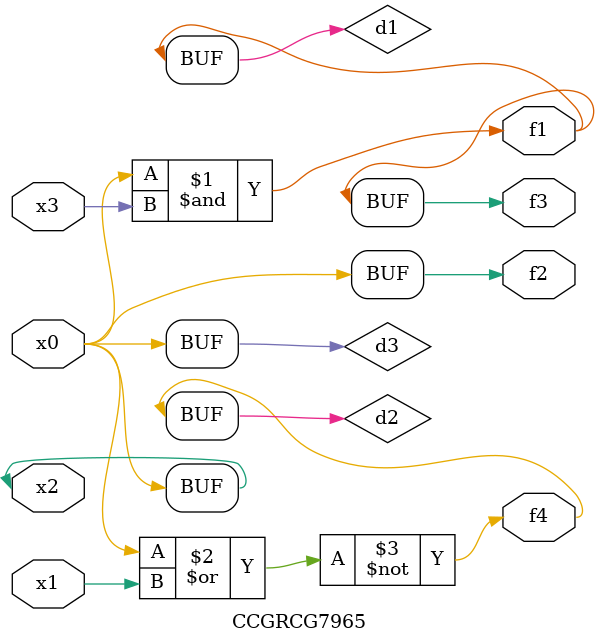
<source format=v>
module CCGRCG7965(
	input x0, x1, x2, x3,
	output f1, f2, f3, f4
);

	wire d1, d2, d3;

	and (d1, x2, x3);
	nor (d2, x0, x1);
	buf (d3, x0, x2);
	assign f1 = d1;
	assign f2 = d3;
	assign f3 = d1;
	assign f4 = d2;
endmodule

</source>
